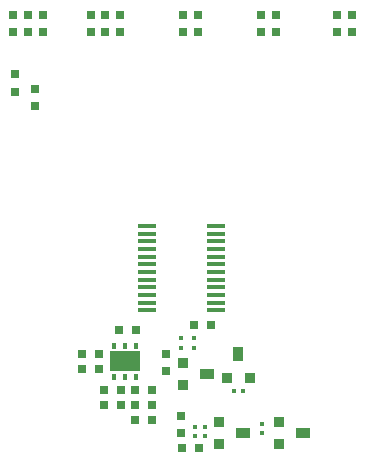
<source format=gtp>
G04*
G04 #@! TF.GenerationSoftware,Altium Limited,Altium Designer,19.0.10 (269)*
G04*
G04 Layer_Color=8421504*
%FSLAX25Y25*%
%MOIN*%
G70*
G01*
G75*
%ADD19R,0.03150X0.02953*%
%ADD20R,0.02953X0.03150*%
%ADD21R,0.05000X0.03600*%
%ADD22R,0.03600X0.03600*%
%ADD23R,0.01772X0.01772*%
%ADD24R,0.05906X0.01772*%
G04:AMPARAMS|DCode=25|XSize=68.9mil|YSize=98.43mil|CornerRadius=3.45mil|HoleSize=0mil|Usage=FLASHONLY|Rotation=270.000|XOffset=0mil|YOffset=0mil|HoleType=Round|Shape=RoundedRectangle|*
%AMROUNDEDRECTD25*
21,1,0.06890,0.09153,0,0,270.0*
21,1,0.06201,0.09843,0,0,270.0*
1,1,0.00689,-0.04577,-0.03100*
1,1,0.00689,-0.04577,0.03100*
1,1,0.00689,0.04577,0.03100*
1,1,0.00689,0.04577,-0.03100*
%
%ADD25ROUNDEDRECTD25*%
%ADD26R,0.01772X0.01968*%
%ADD27R,0.01772X0.01772*%
%ADD28R,0.03600X0.05000*%
%ADD29R,0.03600X0.03600*%
D19*
X214000Y227854D02*
D03*
Y222146D02*
D03*
X209000Y242646D02*
D03*
Y248354D02*
D03*
X184000Y361354D02*
D03*
Y355646D02*
D03*
X168000Y361354D02*
D03*
Y355646D02*
D03*
X163000Y361354D02*
D03*
Y355646D02*
D03*
X158000Y361354D02*
D03*
Y355646D02*
D03*
X158500Y341609D02*
D03*
Y335900D02*
D03*
X165233Y331146D02*
D03*
Y336854D02*
D03*
X219500Y361354D02*
D03*
Y355646D02*
D03*
X214500Y361354D02*
D03*
Y355646D02*
D03*
X193500Y361354D02*
D03*
Y355646D02*
D03*
X188661Y361354D02*
D03*
Y355646D02*
D03*
X271000Y361354D02*
D03*
Y355646D02*
D03*
X266000Y361354D02*
D03*
Y355646D02*
D03*
X245500Y361354D02*
D03*
Y355646D02*
D03*
X240500Y361354D02*
D03*
Y355646D02*
D03*
D20*
X223854Y258000D02*
D03*
X218146D02*
D03*
X219854Y217000D02*
D03*
X214146D02*
D03*
X198500Y236500D02*
D03*
X204209D02*
D03*
X198500Y231500D02*
D03*
X204209D02*
D03*
X198500Y226500D02*
D03*
X204209D02*
D03*
X186500Y243500D02*
D03*
X180791D02*
D03*
X186500Y248500D02*
D03*
X180791D02*
D03*
X193854Y236500D02*
D03*
X188146D02*
D03*
X193146Y256386D02*
D03*
X198854D02*
D03*
X188146Y231500D02*
D03*
X193854D02*
D03*
D21*
X254500Y222000D02*
D03*
X234500D02*
D03*
X222500Y241750D02*
D03*
D22*
X246500Y225750D02*
D03*
Y218250D02*
D03*
X226500Y225750D02*
D03*
Y218250D02*
D03*
X214500Y245500D02*
D03*
Y238000D02*
D03*
D23*
X241000Y221925D02*
D03*
Y225075D02*
D03*
X218500Y220925D02*
D03*
Y224075D02*
D03*
X222000Y220925D02*
D03*
Y224075D02*
D03*
X218146Y253575D02*
D03*
Y250425D02*
D03*
X214000Y253575D02*
D03*
Y250425D02*
D03*
D24*
X202583Y268043D02*
D03*
X225417Y278279D02*
D03*
X202583Y270602D02*
D03*
Y273161D02*
D03*
Y275721D02*
D03*
Y291075D02*
D03*
X225417Y280839D02*
D03*
X202583Y288516D02*
D03*
X225417Y283398D02*
D03*
Y288516D02*
D03*
Y291075D02*
D03*
Y285957D02*
D03*
X202583Y278279D02*
D03*
Y280839D02*
D03*
Y285957D02*
D03*
Y283398D02*
D03*
X225417Y265484D02*
D03*
Y268043D02*
D03*
Y262925D02*
D03*
X202583D02*
D03*
Y265484D02*
D03*
X225417Y270602D02*
D03*
Y273161D02*
D03*
Y275721D02*
D03*
D25*
X195146Y246000D02*
D03*
D26*
X198886Y240882D02*
D03*
X191405Y251118D02*
D03*
X198886D02*
D03*
X191405Y240882D02*
D03*
X195146D02*
D03*
X195146Y251118D02*
D03*
D27*
X234575Y236000D02*
D03*
X231425D02*
D03*
D28*
X233000Y248500D02*
D03*
D29*
X229250Y240500D02*
D03*
X236750D02*
D03*
M02*

</source>
